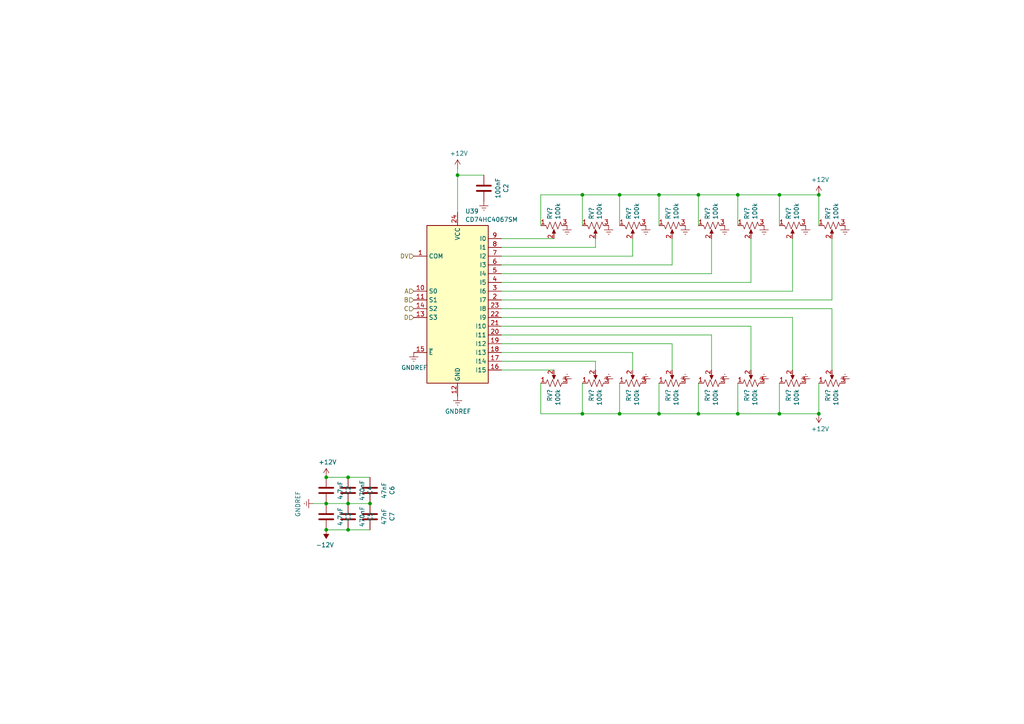
<source format=kicad_sch>
(kicad_sch (version 20230121) (generator eeschema)
  (paper "A4")
  (lib_symbols
    (symbol "74xx:CD74HC4067SM"
      (property "Reference" "U" (at -8.89 22.86 0))
      (property "Value" "CD74HC4067SM" (at 1.27 22.86 0))
      (symbol "CD74HC4067SM_0_1"
        (rectangle (start -8.89 21.59) (end 8.89 -24.13) (stroke (width 0.254)) (fill (type background)))
      )
      (symbol "CD74HC4067SM_1_1"
        (pin passive line (at -12.7 12.7 0) (length 3.81) (name "COM") (number "1"))
        (pin input line (at -12.7 2.54 0) (length 3.81) (name "S0") (number "10"))
        (pin input line (at -12.7 0 0) (length 3.81) (name "S1") (number "11"))
        (pin power_in line (at 0 -27.94 90) (length 3.81) (name "GND") (number "12"))
        (pin input line (at -12.7 -5.08 0) (length 3.81) (name "S3") (number "13"))
        (pin input line (at -12.7 -2.54 0) (length 3.81) (name "S2") (number "14"))
        (pin input line (at -12.7 -15.24 0) (length 3.81) (name "~{E}") (number "15"))
        (pin passive line (at 12.7 -20.32 180) (length 3.81) (name "I15") (number "16"))
        (pin passive line (at 12.7 -17.78 180) (length 3.81) (name "I14") (number "17"))
        (pin passive line (at 12.7 -15.24 180) (length 3.81) (name "I13") (number "18"))
        (pin passive line (at 12.7 -12.7 180) (length 3.81) (name "I12") (number "19"))
        (pin passive line (at 12.7 0 180) (length 3.81) (name "I7") (number "2"))
        (pin passive line (at 12.7 -10.16 180) (length 3.81) (name "I11") (number "20"))
        (pin passive line (at 12.7 -7.62 180) (length 3.81) (name "I10") (number "21"))
        (pin passive line (at 12.7 -5.08 180) (length 3.81) (name "I9") (number "22"))
        (pin passive line (at 12.7 -2.54 180) (length 3.81) (name "I8") (number "23"))
        (pin power_in line (at 0 25.4 270) (length 3.81) (name "VCC") (number "24"))
        (pin passive line (at 12.7 2.54 180) (length 3.81) (name "I6") (number "3"))
        (pin passive line (at 12.7 5.08 180) (length 3.81) (name "I5") (number "4"))
        (pin passive line (at 12.7 7.62 180) (length 3.81) (name "I4") (number "5"))
        (pin passive line (at 12.7 10.16 180) (length 3.81) (name "I3") (number "6"))
        (pin passive line (at 12.7 12.7 180) (length 3.81) (name "I2") (number "7"))
        (pin passive line (at 12.7 15.24 180) (length 3.81) (name "I1") (number "8"))
        (pin passive line (at 12.7 17.78 180) (length 3.81) (name "I0") (number "9"))
      )
    )
    (symbol "Device:C" (pin_numbers hide) (pin_names (offset 0.254))
      (property "Reference" "C" (at 0.635 2.54 0))
      (property "Value" "C" (at 0.635 -2.54 0))
      (symbol "C_0_1"
        (polyline (pts (xy -2.032 -0.762) (xy 2.032 -0.762)) (stroke (width 0.508)))
        (polyline (pts (xy -2.032 0.762) (xy 2.032 0.762)) (stroke (width 0.508)))
      )
      (symbol "C_1_1"
        (pin passive line (at 0 3.81 270) (length 2.794) (name "~") (number "1"))
        (pin passive line (at 0 -3.81 90) (length 2.794) (name "~") (number "2"))
      )
    )
    (symbol "SynthProj-rescue:R_POT_US-Device" (pin_names (offset 1.016) hide)
      (property "Reference" "RV" (at -4.445 0 90))
      (property "Value" "Device_R_POT_US" (at -2.54 0 90))
      (symbol "R_POT_US-Device_0_1"
        (polyline (pts (xy 0 -2.286) (xy 0 -2.54)))
        (polyline (pts (xy 0 2.54) (xy 0 2.286)))
        (polyline (pts (xy 2.54 0) (xy 1.524 0)))
        (polyline (pts (xy 1.143 0) (xy 2.286 0.508) (xy 2.286 -0.508) (xy 1.143 0)) (fill (type outline)))
        (polyline (pts (xy 0 -0.762) (xy 1.016 -1.143) (xy 0 -1.524) (xy -1.016 -1.905) (xy 0 -2.286)))
        (polyline (pts (xy 0 0.762) (xy 1.016 0.381) (xy 0 0) (xy -1.016 -0.381) (xy 0 -0.762)))
        (polyline (pts (xy 0 2.286) (xy 1.016 1.905) (xy 0 1.524) (xy -1.016 1.143) (xy 0 0.762)))
      )
      (symbol "R_POT_US-Device_1_1"
        (pin passive line (at 0 3.81 270) (length 1.27) (name "1") (number "1"))
        (pin passive line (at 3.81 0 180) (length 1.27) (name "2") (number "2"))
        (pin passive line (at 0 -3.81 90) (length 1.27) (name "3") (number "3"))
      )
    )
    (symbol "power:+12V" (power) (pin_names (offset 0))
      (property "Value" "+12V" (at 0 3.556 0))
      (symbol "+12V_0_1"
        (polyline (pts (xy -0.762 1.27) (xy 0 2.54)))
        (polyline (pts (xy 0 0) (xy 0 2.54)))
        (polyline (pts (xy 0 2.54) (xy 0.762 1.27)))
      )
      (symbol "+12V_1_1"
        (pin power_in line (at 0 0 90) (length 0) hide (name "+12V") (number "1"))
      )
    )
    (symbol "power:-12V" (power) (pin_names (offset 0))
      (property "Value" "-12V" (at 0 3.81 0))
      (symbol "-12V_0_0"
        (pin power_in line (at 0 0 90) (length 0) hide (name "-12V") (number "1"))
      )
      (symbol "-12V_0_1"
        (polyline (pts (xy 0 0) (xy 0 1.27) (xy 0.762 1.27) (xy 0 2.54) (xy -0.762 1.27) (xy 0 1.27)) (fill (type outline)))
      )
    )
    (symbol "power:GNDREF" (power) (pin_names (offset 0))
      (property "Value" "GNDREF" (at 0 -3.81 0))
      (symbol "GNDREF_0_1"
        (polyline (pts (xy -0.635 -1.905) (xy 0.635 -1.905)))
        (polyline (pts (xy -0.127 -2.54) (xy 0.127 -2.54)))
        (polyline (pts (xy 0 -1.27) (xy 0 0)))
        (polyline (pts (xy 1.27 -1.27) (xy -1.27 -1.27)))
      )
      (symbol "GNDREF_1_1"
        (pin power_in line (at 0 0 270) (length 0) hide (name "GNDREF") (number "1"))
      )
    )
  )
  (junction (at 226.06 120.015))
  (junction (at 179.705 120.015))
  (junction (at 94.615 153.67))
  (junction (at 237.49 120.015))
  (junction (at 179.705 56.515))
  (junction (at 94.615 138.43))
  (junction (at 94.615 146.05))
  (junction (at 107.315 146.05))
  (junction (at 191.135 120.015))
  (junction (at 168.91 56.515))
  (junction (at 237.49 56.515))
  (junction (at 100.965 153.67))
  (junction (at 168.91 120.015))
  (junction (at 202.565 56.515))
  (junction (at 202.565 120.015))
  (junction (at 132.715 50.8))
  (junction (at 213.995 120.015))
  (junction (at 213.995 56.515))
  (junction (at 191.135 56.515))
  (junction (at 226.06 56.515))
  (junction (at 100.965 146.05))
  (junction (at 100.965 138.43))
  (wire (pts (xy 145.415 86.995) (xy 241.3 86.995)))
  (wire (pts (xy 194.945 99.695) (xy 194.945 107.315)))
  (wire (pts (xy 168.91 56.515) (xy 168.91 65.405)))
  (wire (pts (xy 179.705 56.515) (xy 179.705 65.405)))
  (wire (pts (xy 226.06 56.515) (xy 237.49 56.515)))
  (wire (pts (xy 156.845 65.405) (xy 156.845 56.515)))
  (wire (pts (xy 191.135 56.515) (xy 202.565 56.515)))
  (wire (pts (xy 241.3 86.995) (xy 241.3 69.215)))
  (wire (pts (xy 226.06 56.515) (xy 226.06 65.405)))
  (wire (pts (xy 217.805 94.615) (xy 217.805 107.315)))
  (wire (pts (xy 237.49 56.515) (xy 237.49 65.405)))
  (wire (pts (xy 179.705 56.515) (xy 191.135 56.515)))
  (wire (pts (xy 226.06 120.015) (xy 237.49 120.015)))
  (wire (pts (xy 145.415 81.915) (xy 217.805 81.915)))
  (wire (pts (xy 145.415 97.155) (xy 206.375 97.155)))
  (wire (pts (xy 202.565 111.125) (xy 202.565 120.015)))
  (wire (pts (xy 172.72 71.755) (xy 172.72 69.215)))
  (wire (pts (xy 145.415 71.755) (xy 172.72 71.755)))
  (wire (pts (xy 213.995 111.125) (xy 213.995 120.015)))
  (wire (pts (xy 202.565 56.515) (xy 202.565 65.405)))
  (wire (pts (xy 206.375 97.155) (xy 206.375 107.315)))
  (wire (pts (xy 168.91 56.515) (xy 179.705 56.515)))
  (wire (pts (xy 156.845 56.515) (xy 168.91 56.515)))
  (wire (pts (xy 100.965 153.67) (xy 107.315 153.67)))
  (wire (pts (xy 100.965 146.05) (xy 107.315 146.05)))
  (wire (pts (xy 213.995 120.015) (xy 226.06 120.015)))
  (wire (pts (xy 183.515 74.295) (xy 183.515 69.215)))
  (wire (pts (xy 229.87 84.455) (xy 229.87 69.215)))
  (wire (pts (xy 132.715 48.895) (xy 132.715 50.8)))
  (wire (pts (xy 100.965 138.43) (xy 107.315 138.43)))
  (wire (pts (xy 140.335 50.8) (xy 132.715 50.8)))
  (wire (pts (xy 156.845 111.125) (xy 156.845 120.015)))
  (wire (pts (xy 145.415 76.835) (xy 194.945 76.835)))
  (wire (pts (xy 172.72 104.775) (xy 172.72 107.315)))
  (wire (pts (xy 213.995 56.515) (xy 213.995 65.405)))
  (wire (pts (xy 94.615 146.05) (xy 100.965 146.05)))
  (wire (pts (xy 226.06 111.125) (xy 226.06 120.015)))
  (wire (pts (xy 156.845 120.015) (xy 168.91 120.015)))
  (wire (pts (xy 168.91 120.015) (xy 179.705 120.015)))
  (wire (pts (xy 179.705 111.125) (xy 179.705 120.015)))
  (wire (pts (xy 145.415 89.535) (xy 241.3 89.535)))
  (wire (pts (xy 94.615 153.67) (xy 100.965 153.67)))
  (wire (pts (xy 202.565 120.015) (xy 213.995 120.015)))
  (wire (pts (xy 237.49 120.015) (xy 237.49 111.125)))
  (wire (pts (xy 206.375 79.375) (xy 206.375 69.215)))
  (wire (pts (xy 217.805 81.915) (xy 217.805 69.215)))
  (wire (pts (xy 229.87 92.075) (xy 229.87 107.315)))
  (wire (pts (xy 241.3 89.535) (xy 241.3 107.315)))
  (wire (pts (xy 202.565 56.515) (xy 213.995 56.515)))
  (wire (pts (xy 168.91 111.125) (xy 168.91 120.015)))
  (wire (pts (xy 145.415 94.615) (xy 217.805 94.615)))
  (wire (pts (xy 145.415 102.235) (xy 183.515 102.235)))
  (wire (pts (xy 145.415 107.315) (xy 160.655 107.315)))
  (wire (pts (xy 179.705 120.015) (xy 191.135 120.015)))
  (wire (pts (xy 132.715 50.8) (xy 132.715 61.595)))
  (wire (pts (xy 145.415 92.075) (xy 229.87 92.075)))
  (wire (pts (xy 145.415 69.215) (xy 160.655 69.215)))
  (wire (pts (xy 145.415 84.455) (xy 229.87 84.455)))
  (wire (pts (xy 145.415 104.775) (xy 172.72 104.775)))
  (wire (pts (xy 145.415 99.695) (xy 194.945 99.695)))
  (wire (pts (xy 145.415 74.295) (xy 183.515 74.295)))
  (wire (pts (xy 183.515 102.235) (xy 183.515 107.315)))
  (wire (pts (xy 145.415 79.375) (xy 206.375 79.375)))
  (wire (pts (xy 194.945 76.835) (xy 194.945 69.215)))
  (wire (pts (xy 191.135 111.125) (xy 191.135 120.015)))
  (wire (pts (xy 191.135 120.015) (xy 202.565 120.015)))
  (wire (pts (xy 191.135 56.515) (xy 191.135 65.405)))
  (wire (pts (xy 94.615 138.43) (xy 100.965 138.43)))
  (wire (pts (xy 90.805 146.05) (xy 94.615 146.05)))
  (wire (pts (xy 213.995 56.515) (xy 226.06 56.515)))
  (hierarchical_label "C" (shape input) (at 120.015 89.535 180))
  (hierarchical_label "D" (shape input) (at 120.015 92.075 180))
  (hierarchical_label "A" (shape input) (at 120.015 84.455 180))
  (hierarchical_label "B" (shape input) (at 120.015 86.995 180))
  (hierarchical_label "DV" (shape input) (at 120.015 74.295 180))
  (symbol (lib_id "power:GNDREF") (at 164.465 65.405 0) (unit 1)
    (property "Reference" "#PWR017" (effects hide))
    (property "Value" "GNDREF" (effects hide))
    (instances (project "SynthProj" (path "" (reference "#PWR017") (unit 1)) (path "" (reference "#PWR0225") (unit 1)) (path "" (reference "#PWR0353") (unit 1)) (path "" (reference "#PWR0397") (unit 1)) (path "" (reference "#PWR0420") (unit 1))))
  )
  (symbol (lib_id "74xx:CD74HC4067SM") (at 132.715 86.995 0) (unit 1)
    (property "Reference" "U39" (at 134.9091 61.2607 0) (effects (justify left)))
    (property "Value" "CD74HC4067SM" (at 134.9091 63.6849 0) (effects (justify left)))
    (property "Footprint" "Package_SO:SSOP-24_5.3x8.2mm_P0.65mm" (effects hide))
    (property "Datasheet" "http://www.ti.com/lit/ds/symlink/cd74hc4067.pdf" (effects hide))
  )
  (symbol (lib_id "SynthProj-rescue:R_POT_US-Device") (at 241.3 65.405 90) (mirror x) (unit 1)
    (property "Reference" "RV?" (at 240.1316 63.7032 0) (effects (justify right)))
    (property "Value" "100k" (at 242.443 63.7032 0) (effects (justify right)))
    (property "Footprint" "Potentiometer_THT:Potentiometer_Alps_RK09K_Single_Vertical" (effects hide))
    (instances (project "SynthProj" (path "" (reference "RV?") (unit 1)) (path "" (reference "RV?") (unit 1)) (path "" (reference "RV?") (unit 1)) (path "" (reference "RV50") (unit 1)) (path "" (reference "RV95") (unit 1))))
  )
  (symbol (lib_id "power:GNDREF") (at 132.715 114.935 0) (unit 1)
    (property "Reference" "#PWR017" (effects hide))
    (property "Value" "GNDREF" (at 132.842 119.3292 0))
    (instances (project "SynthProj" (path "" (reference "#PWR017") (unit 1)) (path "" (reference "#PWR0225") (unit 1)) (path "" (reference "#PWR0353") (unit 1)) (path "" (reference "#PWR0397") (unit 1)) (path "" (reference "#PWR0418") (unit 1))))
  )
  (symbol (lib_id "Device:C") (at 94.615 142.24 180) (unit 1)
    (property "Reference" "C2" (at 101.0158 142.24 90))
    (property "Value" "4.7uF" (at 98.7044 142.24 90))
    (property "Footprint" "Capacitor_SMD:C_0805_2012Metric" (effects hide))
    (instances (project "SynthProj" (path "" (reference "C2") (unit 1)) (path "" (reference "C151") (unit 1)) (path "" (reference "C171") (unit 1)) (path "" (reference "C186") (unit 1)) (path "" (reference "C187") (unit 1))))
  )
  (symbol (lib_id "power:+12V") (at 94.615 138.43 0) (unit 1)
    (property "Reference" "#PWR018" (effects hide))
    (property "Value" "+12V" (at 94.996 134.0358 0))
    (instances (project "SynthProj" (path "" (reference "#PWR018") (unit 1)) (path "" (reference "#PWR0226") (unit 1)) (path "" (reference "#PWR0354") (unit 1)) (path "" (reference "#PWR0398") (unit 1)) (path "" (reference "#PWR0414") (unit 1))))
  )
  (symbol (lib_id "power:GNDREF") (at 90.805 146.05 270) (unit 1)
    (property "Reference" "#PWR017" (effects hide))
    (property "Value" "GNDREF" (at 86.4108 146.177 0))
    (instances (project "SynthProj" (path "" (reference "#PWR017") (unit 1)) (path "" (reference "#PWR0225") (unit 1)) (path "" (reference "#PWR0353") (unit 1)) (path "" (reference "#PWR0397") (unit 1)) (path "" (reference "#PWR0413") (unit 1))))
  )
  (symbol (lib_id "SynthProj-rescue:R_POT_US-Device") (at 160.655 111.125 90) (unit 1)
    (property "Reference" "RV?" (at 159.4866 112.8268 0) (effects (justify right)))
    (property "Value" "100k" (at 161.798 112.8268 0) (effects (justify right)))
    (property "Footprint" "Potentiometer_THT:Potentiometer_Alps_RK09K_Single_Vertical" (effects hide))
    (instances (project "SynthProj" (path "" (reference "RV?") (unit 1)) (path "" (reference "RV?") (unit 1)) (path "" (reference "RV?") (unit 1)) (path "" (reference "RV50") (unit 1)) (path "" (reference "RV82") (unit 1))))
  )
  (symbol (lib_id "SynthProj-rescue:R_POT_US-Device") (at 206.375 111.125 90) (unit 1)
    (property "Reference" "RV?" (at 205.2066 112.8268 0) (effects (justify right)))
    (property "Value" "100k" (at 207.518 112.8268 0) (effects (justify right)))
    (property "Footprint" "Potentiometer_THT:Potentiometer_Alps_RK09K_Single_Vertical" (effects hide))
    (instances (project "SynthProj" (path "" (reference "RV?") (unit 1)) (path "" (reference "RV?") (unit 1)) (path "" (reference "RV?") (unit 1)) (path "" (reference "RV50") (unit 1)) (path "" (reference "RV90") (unit 1))))
  )
  (symbol (lib_id "power:GNDREF") (at 210.185 65.405 0) (unit 1)
    (property "Reference" "#PWR017" (effects hide))
    (property "Value" "GNDREF" (effects hide))
    (instances (project "SynthProj" (path "" (reference "#PWR017") (unit 1)) (path "" (reference "#PWR0225") (unit 1)) (path "" (reference "#PWR0353") (unit 1)) (path "" (reference "#PWR0397") (unit 1)) (path "" (reference "#PWR0428") (unit 1))))
  )
  (symbol (lib_id "power:GNDREF") (at 221.615 111.125 0) (mirror x) (unit 1)
    (property "Reference" "#PWR017" (effects hide))
    (property "Value" "GNDREF" (effects hide))
    (instances (project "SynthProj" (path "" (reference "#PWR017") (unit 1)) (path "" (reference "#PWR0225") (unit 1)) (path "" (reference "#PWR0353") (unit 1)) (path "" (reference "#PWR0397") (unit 1)) (path "" (reference "#PWR0431") (unit 1))))
  )
  (symbol (lib_id "SynthProj-rescue:R_POT_US-Device") (at 183.515 111.125 90) (unit 1)
    (property "Reference" "RV?" (at 182.3466 112.8268 0) (effects (justify right)))
    (property "Value" "100k" (at 184.658 112.8268 0) (effects (justify right)))
    (property "Footprint" "Potentiometer_THT:Potentiometer_Alps_RK09K_Single_Vertical" (effects hide))
    (instances (project "SynthProj" (path "" (reference "RV?") (unit 1)) (path "" (reference "RV?") (unit 1)) (path "" (reference "RV?") (unit 1)) (path "" (reference "RV50") (unit 1)) (path "" (reference "RV86") (unit 1))))
  )
  (symbol (lib_id "SynthProj-rescue:R_POT_US-Device") (at 217.805 65.405 90) (mirror x) (unit 1)
    (property "Reference" "RV?" (at 216.6366 63.7032 0) (effects (justify right)))
    (property "Value" "100k" (at 218.948 63.7032 0) (effects (justify right)))
    (property "Footprint" "Potentiometer_THT:Potentiometer_Alps_RK09K_Single_Vertical" (effects hide))
    (instances (project "SynthProj" (path "" (reference "RV?") (unit 1)) (path "" (reference "RV?") (unit 1)) (path "" (reference "RV?") (unit 1)) (path "" (reference "RV50") (unit 1)) (path "" (reference "RV91") (unit 1))))
  )
  (symbol (lib_id "SynthProj-rescue:R_POT_US-Device") (at 241.3 111.125 90) (unit 1)
    (property "Reference" "RV?" (at 240.1316 112.8268 0) (effects (justify right)))
    (property "Value" "100k" (at 242.443 112.8268 0) (effects (justify right)))
    (property "Footprint" "Potentiometer_THT:Potentiometer_Alps_RK09K_Single_Vertical" (effects hide))
    (instances (project "SynthProj" (path "" (reference "RV?") (unit 1)) (path "" (reference "RV?") (unit 1)) (path "" (reference "RV?") (unit 1)) (path "" (reference "RV50") (unit 1)) (path "" (reference "RV96") (unit 1))))
  )
  (symbol (lib_id "SynthProj-rescue:R_POT_US-Device") (at 206.375 65.405 90) (mirror x) (unit 1)
    (property "Reference" "RV?" (at 205.2066 63.7032 0) (effects (justify right)))
    (property "Value" "100k" (at 207.518 63.7032 0) (effects (justify right)))
    (property "Footprint" "Potentiometer_THT:Potentiometer_Alps_RK09K_Single_Vertical" (effects hide))
    (instances (project "SynthProj" (path "" (reference "RV?") (unit 1)) (path "" (reference "RV?") (unit 1)) (path "" (reference "RV?") (unit 1)) (path "" (reference "RV50") (unit 1)) (path "" (reference "RV89") (unit 1))))
  )
  (symbol (lib_id "Device:C") (at 94.615 149.86 180) (unit 1)
    (property "Reference" "C3" (at 101.0158 149.86 90))
    (property "Value" "4.7uF" (at 98.7044 149.86 90))
    (property "Footprint" "Capacitor_SMD:C_0805_2012Metric" (effects hide))
    (instances (project "SynthProj" (path "" (reference "C3") (unit 1)) (path "" (reference "C152") (unit 1)) (path "" (reference "C172") (unit 1)) (path "" (reference "C187") (unit 1)) (path "" (reference "C188") (unit 1))))
  )
  (symbol (lib_id "SynthProj-rescue:R_POT_US-Device") (at 194.945 111.125 90) (unit 1)
    (property "Reference" "RV?" (at 193.7766 112.8268 0) (effects (justify right)))
    (property "Value" "100k" (at 196.088 112.8268 0) (effects (justify right)))
    (property "Footprint" "Potentiometer_THT:Potentiometer_Alps_RK09K_Single_Vertical" (effects hide))
    (instances (project "SynthProj" (path "" (reference "RV?") (unit 1)) (path "" (reference "RV?") (unit 1)) (path "" (reference "RV?") (unit 1)) (path "" (reference "RV50") (unit 1)) (path "" (reference "RV88") (unit 1))))
  )
  (symbol (lib_id "power:GNDREF") (at 120.015 102.235 0) (unit 1)
    (property "Reference" "#PWR017" (effects hide))
    (property "Value" "GNDREF" (at 120.142 106.6292 0))
    (instances (project "SynthProj" (path "" (reference "#PWR017") (unit 1)) (path "" (reference "#PWR0225") (unit 1)) (path "" (reference "#PWR0353") (unit 1)) (path "" (reference "#PWR0397") (unit 1)) (path "" (reference "#PWR0416") (unit 1))))
  )
  (symbol (lib_id "power:GNDREF") (at 187.325 65.405 0) (unit 1)
    (property "Reference" "#PWR017" (effects hide))
    (property "Value" "GNDREF" (effects hide))
    (instances (project "SynthProj" (path "" (reference "#PWR017") (unit 1)) (path "" (reference "#PWR0225") (unit 1)) (path "" (reference "#PWR0353") (unit 1)) (path "" (reference "#PWR0397") (unit 1)) (path "" (reference "#PWR0424") (unit 1))))
  )
  (symbol (lib_id "SynthProj-rescue:R_POT_US-Device") (at 229.87 111.125 90) (unit 1)
    (property "Reference" "RV?" (at 228.7016 112.8268 0) (effects (justify right)))
    (property "Value" "100k" (at 231.013 112.8268 0) (effects (justify right)))
    (property "Footprint" "Potentiometer_THT:Potentiometer_Alps_RK09K_Single_Vertical" (effects hide))
    (instances (project "SynthProj" (path "" (reference "RV?") (unit 1)) (path "" (reference "RV?") (unit 1)) (path "" (reference "RV?") (unit 1)) (path "" (reference "RV50") (unit 1)) (path "" (reference "RV94") (unit 1))))
  )
  (symbol (lib_id "SynthProj-rescue:R_POT_US-Device") (at 194.945 65.405 90) (mirror x) (unit 1)
    (property "Reference" "RV?" (at 193.7766 63.7032 0) (effects (justify right)))
    (property "Value" "100k" (at 196.088 63.7032 0) (effects (justify right)))
    (property "Footprint" "Potentiometer_THT:Potentiometer_Alps_RK09K_Single_Vertical" (effects hide))
    (instances (project "SynthProj" (path "" (reference "RV?") (unit 1)) (path "" (reference "RV?") (unit 1)) (path "" (reference "RV?") (unit 1)) (path "" (reference "RV50") (unit 1)) (path "" (reference "RV87") (unit 1))))
  )
  (symbol (lib_id "power:GNDREF") (at 164.465 111.125 0) (mirror x) (unit 1)
    (property "Reference" "#PWR017" (effects hide))
    (property "Value" "GNDREF" (effects hide))
    (instances (project "SynthProj" (path "" (reference "#PWR017") (unit 1)) (path "" (reference "#PWR0225") (unit 1)) (path "" (reference "#PWR0353") (unit 1)) (path "" (reference "#PWR0397") (unit 1)) (path "" (reference "#PWR0421") (unit 1))))
  )
  (symbol (lib_id "power:GNDREF") (at 221.615 65.405 0) (unit 1)
    (property "Reference" "#PWR017" (effects hide))
    (property "Value" "GNDREF" (effects hide))
    (instances (project "SynthProj" (path "" (reference "#PWR017") (unit 1)) (path "" (reference "#PWR0225") (unit 1)) (path "" (reference "#PWR0353") (unit 1)) (path "" (reference "#PWR0397") (unit 1)) (path "" (reference "#PWR0430") (unit 1))))
  )
  (symbol (lib_id "Device:C") (at 107.315 142.24 180) (unit 1)
    (property "Reference" "C6" (at 113.7158 142.24 90))
    (property "Value" "47nF" (at 111.4044 142.24 90))
    (property "Footprint" "Capacitor_SMD:C_0603_1608Metric" (effects hide))
    (instances (project "SynthProj" (path "" (reference "C6") (unit 1)) (path "" (reference "C155") (unit 1)) (path "" (reference "C175") (unit 1)) (path "" (reference "C190") (unit 1)) (path "" (reference "C191") (unit 1))))
  )
  (symbol (lib_id "power:+12V") (at 237.49 120.015 0) (mirror x) (unit 1)
    (property "Reference" "#PWR018" (effects hide))
    (property "Value" "+12V" (at 237.871 124.4092 0))
    (instances (project "SynthProj" (path "" (reference "#PWR018") (unit 1)) (path "" (reference "#PWR0226") (unit 1)) (path "" (reference "#PWR0354") (unit 1)) (path "" (reference "#PWR0398") (unit 1)) (path "" (reference "#PWR0435") (unit 1))))
  )
  (symbol (lib_id "power:GNDREF") (at 245.11 111.125 0) (mirror x) (unit 1)
    (property "Reference" "#PWR017" (effects hide))
    (property "Value" "GNDREF" (effects hide))
    (instances (project "SynthProj" (path "" (reference "#PWR017") (unit 1)) (path "" (reference "#PWR0225") (unit 1)) (path "" (reference "#PWR0353") (unit 1)) (path "" (reference "#PWR0397") (unit 1)) (path "" (reference "#PWR0437") (unit 1))))
  )
  (symbol (lib_id "power:GNDREF") (at 210.185 111.125 0) (mirror x) (unit 1)
    (property "Reference" "#PWR017" (effects hide))
    (property "Value" "GNDREF" (effects hide))
    (instances (project "SynthProj" (path "" (reference "#PWR017") (unit 1)) (path "" (reference "#PWR0225") (unit 1)) (path "" (reference "#PWR0353") (unit 1)) (path "" (reference "#PWR0397") (unit 1)) (path "" (reference "#PWR0429") (unit 1))))
  )
  (symbol (lib_id "SynthProj-rescue:R_POT_US-Device") (at 183.515 65.405 90) (mirror x) (unit 1)
    (property "Reference" "RV?" (at 182.3466 63.7032 0) (effects (justify right)))
    (property "Value" "100k" (at 184.658 63.7032 0) (effects (justify right)))
    (property "Footprint" "Potentiometer_THT:Potentiometer_Alps_RK09K_Single_Vertical" (effects hide))
    (instances (project "SynthProj" (path "" (reference "RV?") (unit 1)) (path "" (reference "RV?") (unit 1)) (path "" (reference "RV?") (unit 1)) (path "" (reference "RV50") (unit 1)) (path "" (reference "RV85") (unit 1))))
  )
  (symbol (lib_id "power:-12V") (at 94.615 153.67 180) (unit 1)
    (property "Reference" "#PWR019" (effects hide))
    (property "Value" "-12V" (at 94.234 158.0642 0))
    (instances (project "SynthProj" (path "" (reference "#PWR019") (unit 1)) (path "" (reference "#PWR0227") (unit 1)) (path "" (reference "#PWR0355") (unit 1)) (path "" (reference "#PWR0399") (unit 1)) (path "" (reference "#PWR0415") (unit 1))))
  )
  (symbol (lib_id "power:GNDREF") (at 176.53 111.125 0) (mirror x) (unit 1)
    (property "Reference" "#PWR017" (effects hide))
    (property "Value" "GNDREF" (effects hide))
    (instances (project "SynthProj" (path "" (reference "#PWR017") (unit 1)) (path "" (reference "#PWR0225") (unit 1)) (path "" (reference "#PWR0353") (unit 1)) (path "" (reference "#PWR0397") (unit 1)) (path "" (reference "#PWR0423") (unit 1))))
  )
  (symbol (lib_id "power:+12V") (at 132.715 48.895 0) (unit 1)
    (property "Reference" "#PWR018" (effects hide))
    (property "Value" "+12V" (at 133.096 44.5008 0))
    (instances (project "SynthProj" (path "" (reference "#PWR018") (unit 1)) (path "" (reference "#PWR0226") (unit 1)) (path "" (reference "#PWR0354") (unit 1)) (path "" (reference "#PWR0398") (unit 1)) (path "" (reference "#PWR0417") (unit 1))))
  )
  (symbol (lib_id "SynthProj-rescue:R_POT_US-Device") (at 172.72 65.405 90) (mirror x) (unit 1)
    (property "Reference" "RV?" (at 171.5516 63.7032 0) (effects (justify right)))
    (property "Value" "100k" (at 173.863 63.7032 0) (effects (justify right)))
    (property "Footprint" "Potentiometer_THT:Potentiometer_Alps_RK09K_Single_Vertical" (effects hide))
    (instances (project "SynthProj" (path "" (reference "RV?") (unit 1)) (path "" (reference "RV?") (unit 1)) (path "" (reference "RV?") (unit 1)) (path "" (reference "RV50") (unit 1)) (path "" (reference "RV83") (unit 1))))
  )
  (symbol (lib_id "power:GNDREF") (at 176.53 65.405 0) (unit 1)
    (property "Reference" "#PWR017" (effects hide))
    (property "Value" "GNDREF" (effects hide))
    (instances (project "SynthProj" (path "" (reference "#PWR017") (unit 1)) (path "" (reference "#PWR0225") (unit 1)) (path "" (reference "#PWR0353") (unit 1)) (path "" (reference "#PWR0397") (unit 1)) (path "" (reference "#PWR0422") (unit 1))))
  )
  (symbol (lib_id "SynthProj-rescue:R_POT_US-Device") (at 229.87 65.405 90) (mirror x) (unit 1)
    (property "Reference" "RV?" (at 228.7016 63.7032 0) (effects (justify right)))
    (property "Value" "100k" (at 231.013 63.7032 0) (effects (justify right)))
    (property "Footprint" "Potentiometer_THT:Potentiometer_Alps_RK09K_Single_Vertical" (effects hide))
    (instances (project "SynthProj" (path "" (reference "RV?") (unit 1)) (path "" (reference "RV?") (unit 1)) (path "" (reference "RV?") (unit 1)) (path "" (reference "RV50") (unit 1)) (path "" (reference "RV93") (unit 1))))
  )
  (symbol (lib_id "power:+12V") (at 237.49 56.515 0) (unit 1)
    (property "Reference" "#PWR018" (effects hide))
    (property "Value" "+12V" (at 237.871 52.1208 0))
    (instances (project "SynthProj" (path "" (reference "#PWR018") (unit 1)) (path "" (reference "#PWR0226") (unit 1)) (path "" (reference "#PWR0354") (unit 1)) (path "" (reference "#PWR0398") (unit 1)) (path "" (reference "#PWR0434") (unit 1))))
  )
  (symbol (lib_id "Device:C") (at 100.965 149.86 180) (unit 1)
    (property "Reference" "C5" (at 107.3658 149.86 90))
    (property "Value" "470nF" (at 105.0544 149.86 90))
    (property "Footprint" "Capacitor_SMD:C_0805_2012Metric" (effects hide))
    (instances (project "SynthProj" (path "" (reference "C5") (unit 1)) (path "" (reference "C154") (unit 1)) (path "" (reference "C174") (unit 1)) (path "" (reference "C189") (unit 1)) (path "" (reference "C190") (unit 1))))
  )
  (symbol (lib_id "power:GNDREF") (at 198.755 111.125 0) (mirror x) (unit 1)
    (property "Reference" "#PWR017" (effects hide))
    (property "Value" "GNDREF" (effects hide))
    (instances (project "SynthProj" (path "" (reference "#PWR017") (unit 1)) (path "" (reference "#PWR0225") (unit 1)) (path "" (reference "#PWR0353") (unit 1)) (path "" (reference "#PWR0397") (unit 1)) (path "" (reference "#PWR0427") (unit 1))))
  )
  (symbol (lib_id "Device:C") (at 107.315 149.86 180) (unit 1)
    (property "Reference" "C7" (at 113.7158 149.86 90))
    (property "Value" "47nF" (at 111.4044 149.86 90))
    (property "Footprint" "Capacitor_SMD:C_0603_1608Metric" (effects hide))
    (instances (project "SynthProj" (path "" (reference "C7") (unit 1)) (path "" (reference "C156") (unit 1)) (path "" (reference "C176") (unit 1)) (path "" (reference "C191") (unit 1)) (path "" (reference "C192") (unit 1))))
  )
  (symbol (lib_id "Device:C") (at 140.335 54.61 180) (unit 1)
    (property "Reference" "C2" (at 146.7358 54.61 90))
    (property "Value" "100nF" (at 144.4244 54.61 90))
    (property "Footprint" "Capacitor_SMD:C_0603_1608Metric" (effects hide))
    (instances (project "SynthProj" (path "" (reference "C2") (unit 1)) (path "" (reference "C151") (unit 1)) (path "" (reference "C171") (unit 1)) (path "" (reference "C186") (unit 1)) (path "" (reference "C193") (unit 1))))
  )
  (symbol (lib_id "power:GNDREF") (at 198.755 65.405 0) (unit 1)
    (property "Reference" "#PWR017" (effects hide))
    (property "Value" "GNDREF" (effects hide))
    (instances (project "SynthProj" (path "" (reference "#PWR017") (unit 1)) (path "" (reference "#PWR0225") (unit 1)) (path "" (reference "#PWR0353") (unit 1)) (path "" (reference "#PWR0397") (unit 1)) (path "" (reference "#PWR0426") (unit 1))))
  )
  (symbol (lib_id "power:GNDREF") (at 245.11 65.405 0) (unit 1)
    (property "Reference" "#PWR017" (effects hide))
    (property "Value" "GNDREF" (effects hide))
    (instances (project "SynthProj" (path "" (reference "#PWR017") (unit 1)) (path "" (reference "#PWR0225") (unit 1)) (path "" (reference "#PWR0353") (unit 1)) (path "" (reference "#PWR0397") (unit 1)) (path "" (reference "#PWR0436") (unit 1))))
  )
  (symbol (lib_id "power:GNDREF") (at 140.335 58.42 0) (unit 1)
    (property "Reference" "#PWR017" (effects hide))
    (property "Value" "GNDREF" (effects hide))
    (instances (project "SynthProj" (path "" (reference "#PWR017") (unit 1)) (path "" (reference "#PWR0225") (unit 1)) (path "" (reference "#PWR0353") (unit 1)) (path "" (reference "#PWR0397") (unit 1)) (path "" (reference "#PWR0419") (unit 1))))
  )
  (symbol (lib_id "SynthProj-rescue:R_POT_US-Device") (at 217.805 111.125 90) (unit 1)
    (property "Reference" "RV?" (at 216.6366 112.8268 0) (effects (justify right)))
    (property "Value" "100k" (at 218.948 112.8268 0) (effects (justify right)))
    (property "Footprint" "Potentiometer_THT:Potentiometer_Alps_RK09K_Single_Vertical" (effects hide))
    (instances (project "SynthProj" (path "" (reference "RV?") (unit 1)) (path "" (reference "RV?") (unit 1)) (path "" (reference "RV?") (unit 1)) (path "" (reference "RV50") (unit 1)) (path "" (reference "RV92") (unit 1))))
  )
  (symbol (lib_id "power:GNDREF") (at 187.325 111.125 0) (mirror x) (unit 1)
    (property "Reference" "#PWR017" (effects hide))
    (property "Value" "GNDREF" (effects hide))
    (instances (project "SynthProj" (path "" (reference "#PWR017") (unit 1)) (path "" (reference "#PWR0225") (unit 1)) (path "" (reference "#PWR0353") (unit 1)) (path "" (reference "#PWR0397") (unit 1)) (path "" (reference "#PWR0425") (unit 1))))
  )
  (symbol (lib_id "power:GNDREF") (at 233.68 65.405 0) (unit 1)
    (property "Reference" "#PWR017" (effects hide))
    (property "Value" "GNDREF" (effects hide))
    (instances (project "SynthProj" (path "" (reference "#PWR017") (unit 1)) (path "" (reference "#PWR0225") (unit 1)) (path "" (reference "#PWR0353") (unit 1)) (path "" (reference "#PWR0397") (unit 1)) (path "" (reference "#PWR0432") (unit 1))))
  )
  (symbol (lib_id "SynthProj-rescue:R_POT_US-Device") (at 160.655 65.405 90) (mirror x) (unit 1)
    (property "Reference" "RV?" (at 159.4866 63.7032 0) (effects (justify right)))
    (property "Value" "100k" (at 161.798 63.7032 0) (effects (justify right)))
    (property "Footprint" "Potentiometer_THT:Potentiometer_Alps_RK09K_Single_Vertical" (effects hide))
    (instances (project "SynthProj" (path "" (reference "RV?") (unit 1)) (path "" (reference "RV?") (unit 1)) (path "" (reference "RV?") (unit 1)) (path "" (reference "RV50") (unit 1)) (path "" (reference "RV81") (unit 1))))
  )
  (symbol (lib_id "Device:C") (at 100.965 142.24 180) (unit 1)
    (property "Reference" "C4" (at 107.315 142.24 90))
    (property "Value" "470nF" (at 105.0544 142.24 90))
    (property "Footprint" "Capacitor_SMD:C_0805_2012Metric" (effects hide))
    (instances (project "SynthProj" (path "" (reference "C4") (unit 1)) (path "" (reference "C153") (unit 1)) (path "" (reference "C173") (unit 1)) (path "" (reference "C188") (unit 1)) (path "" (reference "C189") (unit 1))))
  )
  (symbol (lib_id "SynthProj-rescue:R_POT_US-Device") (at 172.72 111.125 90) (unit 1)
    (property "Reference" "RV?" (at 171.5516 112.8268 0) (effects (justify right)))
    (property "Value" "100k" (at 173.863 112.8268 0) (effects (justify right)))
    (property "Footprint" "Potentiometer_THT:Potentiometer_Alps_RK09K_Single_Vertical" (effects hide))
    (instances (project "SynthProj" (path "" (reference "RV?") (unit 1)) (path "" (reference "RV?") (unit 1)) (path "" (reference "RV?") (unit 1)) (path "" (reference "RV50") (unit 1)) (path "" (reference "RV84") (unit 1))))
  )
  (symbol (lib_id "power:GNDREF") (at 233.68 111.125 0) (mirror x) (unit 1)
    (property "Reference" "#PWR017" (effects hide))
    (property "Value" "GNDREF" (effects hide))
    (instances (project "SynthProj" (path "" (reference "#PWR017") (unit 1)) (path "" (reference "#PWR0225") (unit 1)) (path "" (reference "#PWR0353") (unit 1)) (path "" (reference "#PWR0397") (unit 1)) (path "" (reference "#PWR0433") (unit 1))))
  )
)
</source>
